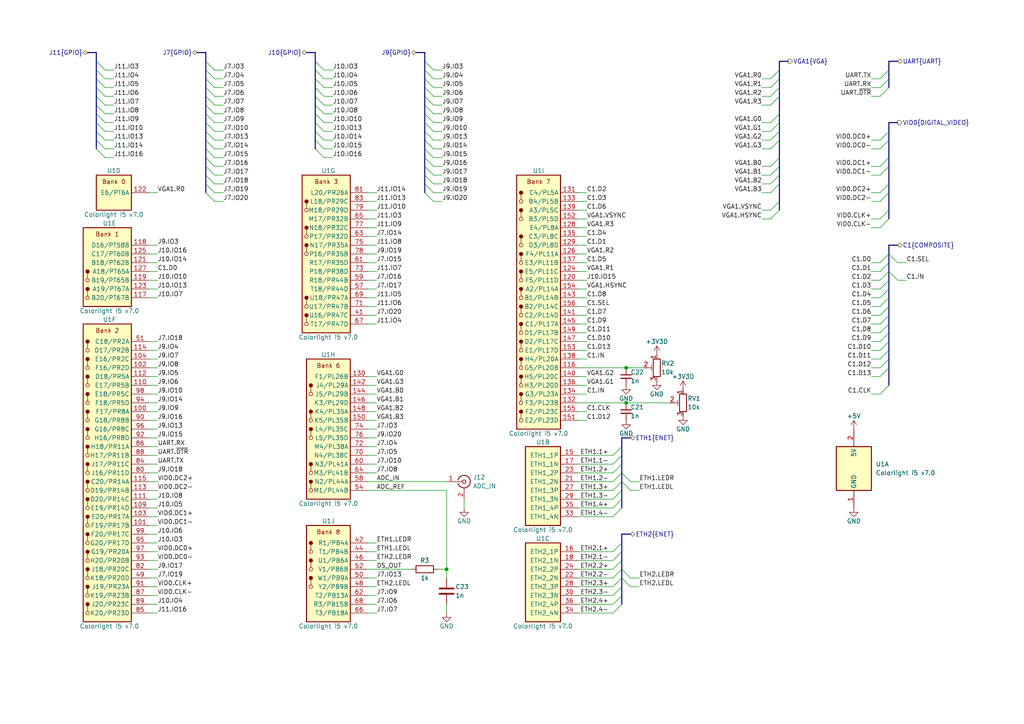
<source format=kicad_sch>
(kicad_sch (version 20231120) (generator "eeschema") (generator_version "8.0")
  (paper "A4")
  (title_block (title "Colorlight i5 Module Socket") (date "2024-05-13") (rev "x") (comment 2 "CERN-OHL-W-2.0") (comment 3 "xxxxxxxx") (comment 4 "Filip Piórski"))
  (bus_alias "DIGITAL_VIDEO" (members "DC0+" "DC0-" "DC1+" "DC1-" "DC2+" "DC2-" "CLK+" "CLK-"))
  (bus_alias "ENET" (members "1+" "1-" "2+" "2-" "3+" "3-" "4+" "4-" "LEDR" "LEDL"))
  (bus_alias "GPIO" (members "IO[1..20]"))
  (junction (at 181.61 106.68))
  (junction (at 181.61 116.84))
  (junction (at 129.54 165.1))
  (bus_entry (at 257.81 45.72) (size -2.54 2.54))
  (bus_entry (at 180.34 137.16) (size 2.54 2.54))
  (bus_entry (at 226.06 22.86) (size -2.54 2.54))
  (bus_entry (at 257.81 83.82) (size -2.54 2.54))
  (bus_entry (at 257.81 111.76) (size -2.54 2.54))
  (bus_entry (at 59.69 35.56) (size 2.54 2.54))
  (bus_entry (at 91.44 17.78) (size 2.54 2.54))
  (bus_entry (at 257.81 86.36) (size -2.54 2.54))
  (bus_entry (at 257.81 78.74) (size -2.54 2.54))
  (bus_entry (at 27.94 22.86) (size 2.54 2.54))
  (bus_entry (at 91.44 25.4) (size 2.54 2.54))
  (bus_entry (at 27.94 43.18) (size 2.54 2.54))
  (bus_entry (at 123.19 50.8) (size 2.54 2.54))
  (bus_entry (at 180.34 167.64) (size 2.54 2.54))
  (bus_entry (at 257.81 81.28) (size -2.54 2.54))
  (bus_entry (at 226.06 27.94) (size -2.54 2.54))
  (bus_entry (at 180.34 139.7) (size 2.54 2.54))
  (bus_entry (at 226.06 60.96) (size -2.54 2.54))
  (bus_entry (at 180.34 147.32) (size -2.54 2.54))
  (bus_entry (at 257.81 76.2) (size -2.54 2.54))
  (bus_entry (at 180.34 162.56) (size -2.54 2.54))
  (bus_entry (at 226.06 38.1) (size -2.54 2.54))
  (bus_entry (at 91.44 43.18) (size 2.54 2.54))
  (bus_entry (at 257.81 78.74) (size 2.54 2.54))
  (bus_entry (at 91.44 27.94) (size 2.54 2.54))
  (bus_entry (at 123.19 25.4) (size 2.54 2.54))
  (bus_entry (at 123.19 45.72) (size 2.54 2.54))
  (bus_entry (at 91.44 38.1) (size 2.54 2.54))
  (bus_entry (at 257.81 73.66) (size 2.54 2.54))
  (bus_entry (at 123.19 17.78) (size 2.54 2.54))
  (bus_entry (at 257.81 22.86) (size -2.54 2.54))
  (bus_entry (at 123.19 38.1) (size 2.54 2.54))
  (bus_entry (at 27.94 38.1) (size 2.54 2.54))
  (bus_entry (at 257.81 104.14) (size -2.54 2.54))
  (bus_entry (at 91.44 33.02) (size 2.54 2.54))
  (bus_entry (at 180.34 142.24) (size -2.54 2.54))
  (bus_entry (at 123.19 55.88) (size 2.54 2.54))
  (bus_entry (at 123.19 30.48) (size 2.54 2.54))
  (bus_entry (at 257.81 53.34) (size -2.54 2.54))
  (bus_entry (at 123.19 53.34) (size 2.54 2.54))
  (bus_entry (at 180.34 157.48) (size -2.54 2.54))
  (bus_entry (at 27.94 27.94) (size 2.54 2.54))
  (bus_entry (at 27.94 40.64) (size 2.54 2.54))
  (bus_entry (at 226.06 35.56) (size -2.54 2.54))
  (bus_entry (at 91.44 20.32) (size 2.54 2.54))
  (bus_entry (at 257.81 63.5) (size -2.54 2.54))
  (bus_entry (at 257.81 88.9) (size -2.54 2.54))
  (bus_entry (at 257.81 48.26) (size -2.54 2.54))
  (bus_entry (at 180.34 134.62) (size -2.54 2.54))
  (bus_entry (at 91.44 40.64) (size 2.54 2.54))
  (bus_entry (at 180.34 170.18) (size -2.54 2.54))
  (bus_entry (at 27.94 20.32) (size 2.54 2.54))
  (bus_entry (at 59.69 20.32) (size 2.54 2.54))
  (bus_entry (at 59.69 22.86) (size 2.54 2.54))
  (bus_entry (at 91.44 30.48) (size 2.54 2.54))
  (bus_entry (at 180.34 165.1) (size 2.54 2.54))
  (bus_entry (at 180.34 139.7) (size -2.54 2.54))
  (bus_entry (at 123.19 43.18) (size 2.54 2.54))
  (bus_entry (at 59.69 43.18) (size 2.54 2.54))
  (bus_entry (at 123.19 33.02) (size 2.54 2.54))
  (bus_entry (at 59.69 50.8) (size 2.54 2.54))
  (bus_entry (at 59.69 45.72) (size 2.54 2.54))
  (bus_entry (at 27.94 35.56) (size 2.54 2.54))
  (bus_entry (at 180.34 144.78) (size -2.54 2.54))
  (bus_entry (at 257.81 60.96) (size -2.54 2.54))
  (bus_entry (at 91.44 35.56) (size 2.54 2.54))
  (bus_entry (at 180.34 160.02) (size -2.54 2.54))
  (bus_entry (at 226.06 58.42) (size -2.54 2.54))
  (bus_entry (at 226.06 53.34) (size -2.54 2.54))
  (bus_entry (at 257.81 73.66) (size -2.54 2.54))
  (bus_entry (at 59.69 55.88) (size 2.54 2.54))
  (bus_entry (at 59.69 33.02) (size 2.54 2.54))
  (bus_entry (at 59.69 17.78) (size 2.54 2.54))
  (bus_entry (at 123.19 22.86) (size 2.54 2.54))
  (bus_entry (at 59.69 25.4) (size 2.54 2.54))
  (bus_entry (at 226.06 25.4) (size -2.54 2.54))
  (bus_entry (at 123.19 20.32) (size 2.54 2.54))
  (bus_entry (at 91.44 22.86) (size 2.54 2.54))
  (bus_entry (at 27.94 25.4) (size 2.54 2.54))
  (bus_entry (at 123.19 27.94) (size 2.54 2.54))
  (bus_entry (at 257.81 38.1) (size -2.54 2.54))
  (bus_entry (at 180.34 172.72) (size -2.54 2.54))
  (bus_entry (at 257.81 96.52) (size -2.54 2.54))
  (bus_entry (at 27.94 33.02) (size 2.54 2.54))
  (bus_entry (at 27.94 30.48) (size 2.54 2.54))
  (bus_entry (at 226.06 33.02) (size -2.54 2.54))
  (bus_entry (at 180.34 175.26) (size -2.54 2.54))
  (bus_entry (at 257.81 25.4) (size -2.54 2.54))
  (bus_entry (at 257.81 106.68) (size -2.54 2.54))
  (bus_entry (at 226.06 50.8) (size -2.54 2.54))
  (bus_entry (at 226.06 45.72) (size -2.54 2.54))
  (bus_entry (at 257.81 99.06) (size -2.54 2.54))
  (bus_entry (at 180.34 132.08) (size -2.54 2.54))
  (bus_entry (at 180.34 137.16) (size -2.54 2.54))
  (bus_entry (at 226.06 48.26) (size -2.54 2.54))
  (bus_entry (at 257.81 40.64) (size -2.54 2.54))
  (bus_entry (at 226.06 20.32) (size -2.54 2.54))
  (bus_entry (at 257.81 55.88) (size -2.54 2.54))
  (bus_entry (at 123.19 48.26) (size 2.54 2.54))
  (bus_entry (at 59.69 48.26) (size 2.54 2.54))
  (bus_entry (at 123.19 35.56) (size 2.54 2.54))
  (bus_entry (at 226.06 40.64) (size -2.54 2.54))
  (bus_entry (at 257.81 20.32) (size -2.54 2.54))
  (bus_entry (at 180.34 167.64) (size -2.54 2.54))
  (bus_entry (at 123.19 40.64) (size 2.54 2.54))
  (bus_entry (at 180.34 129.54) (size -2.54 2.54))
  (bus_entry (at 27.94 17.78) (size 2.54 2.54))
  (bus_entry (at 257.81 93.98) (size -2.54 2.54))
  (bus_entry (at 59.69 40.64) (size 2.54 2.54))
  (bus_entry (at 180.34 165.1) (size -2.54 2.54))
  (bus_entry (at 59.69 38.1) (size 2.54 2.54))
  (bus_entry (at 257.81 91.44) (size -2.54 2.54))
  (bus_entry (at 257.81 101.6) (size -2.54 2.54))
  (bus_entry (at 59.69 27.94) (size 2.54 2.54))
  (bus_entry (at 59.69 30.48) (size 2.54 2.54))
  (bus_entry (at 59.69 53.34) (size 2.54 2.54))
  (wire (pts (xy 220.98 38.1) (xy 223.52 38.1)))
  (wire (pts (xy 109.22 114.3) (xy 106.68 114.3)))
  (wire (pts (xy 262.89 81.28) (xy 260.35 81.28)))
  (wire (pts (xy 252.73 66.04) (xy 255.27 66.04)))
  (bus (pts (xy 226.06 50.8) (xy 226.06 53.34)))
  (bus (pts (xy 257.81 35.56) (xy 257.81 38.1)))
  (wire (pts (xy 170.18 109.22) (xy 167.64 109.22)))
  (bus (pts (xy 257.81 104.14) (xy 257.81 106.68)))
  (wire (pts (xy 109.22 175.26) (xy 106.68 175.26)))
  (bus (pts (xy 59.69 45.72) (xy 59.69 48.26)))
  (wire (pts (xy 167.64 116.84) (xy 181.61 116.84)))
  (wire (pts (xy 170.18 71.12) (xy 167.64 71.12)))
  (wire (pts (xy 220.98 43.18) (xy 223.52 43.18)))
  (wire (pts (xy 220.98 50.8) (xy 223.52 50.8)))
  (bus (pts (xy 226.06 17.78) (xy 226.06 20.32)))
  (wire (pts (xy 45.72 144.78) (xy 43.18 144.78)))
  (wire (pts (xy 125.73 58.42) (xy 128.27 58.42)))
  (wire (pts (xy 109.22 119.38) (xy 106.68 119.38)))
  (wire (pts (xy 252.73 27.94) (xy 255.27 27.94)))
  (wire (pts (xy 45.72 119.38) (xy 43.18 119.38)))
  (wire (pts (xy 125.73 50.8) (xy 128.27 50.8)))
  (bus (pts (xy 91.44 30.48) (xy 91.44 33.02)))
  (wire (pts (xy 255.27 99.06) (xy 252.73 99.06)))
  (wire (pts (xy 109.22 73.66) (xy 106.68 73.66)))
  (bus (pts (xy 91.44 17.78) (xy 91.44 20.32)))
  (wire (pts (xy 170.18 111.76) (xy 167.64 111.76)))
  (wire (pts (xy 109.22 132.08) (xy 106.68 132.08)))
  (wire (pts (xy 62.23 50.8) (xy 64.77 50.8)))
  (bus (pts (xy 27.94 20.32) (xy 27.94 22.86)))
  (wire (pts (xy 93.98 43.18) (xy 96.52 43.18)))
  (wire (pts (xy 255.27 109.22) (xy 252.73 109.22)))
  (wire (pts (xy 167.64 139.7) (xy 177.8 139.7)))
  (wire (pts (xy 129.54 177.8) (xy 129.54 175.26)))
  (bus (pts (xy 59.69 27.94) (xy 59.69 30.48)))
  (bus (pts (xy 180.34 144.78) (xy 180.34 147.32)))
  (bus (pts (xy 123.19 50.8) (xy 123.19 53.34)))
  (bus (pts (xy 257.81 38.1) (xy 257.81 40.64)))
  (wire (pts (xy 93.98 22.86) (xy 96.52 22.86)))
  (bus (pts (xy 123.19 33.02) (xy 123.19 35.56)))
  (wire (pts (xy 93.98 33.02) (xy 96.52 33.02)))
  (wire (pts (xy 109.22 172.72) (xy 106.68 172.72)))
  (bus (pts (xy 59.69 15.24) (xy 59.69 17.78)))
  (wire (pts (xy 109.22 162.56) (xy 106.68 162.56)))
  (wire (pts (xy 30.48 33.02) (xy 33.02 33.02)))
  (wire (pts (xy 170.18 96.52) (xy 167.64 96.52)))
  (bus (pts (xy 123.19 40.64) (xy 123.19 43.18)))
  (wire (pts (xy 109.22 109.22) (xy 106.68 109.22)))
  (wire (pts (xy 220.98 55.88) (xy 223.52 55.88)))
  (bus (pts (xy 257.81 55.88) (xy 257.81 60.96)))
  (bus (pts (xy 257.81 78.74) (xy 257.81 76.2)))
  (wire (pts (xy 252.73 63.5) (xy 255.27 63.5)))
  (bus (pts (xy 180.34 137.16) (xy 180.34 139.7)))
  (bus (pts (xy 123.19 20.32) (xy 123.19 22.86)))
  (wire (pts (xy 125.73 40.64) (xy 128.27 40.64)))
  (wire (pts (xy 125.73 20.32) (xy 128.27 20.32)))
  (wire (pts (xy 45.72 172.72) (xy 43.18 172.72)))
  (bus (pts (xy 257.81 20.32) (xy 257.81 22.86)))
  (wire (pts (xy 167.64 170.18) (xy 177.8 170.18)))
  (bus (pts (xy 180.34 139.7) (xy 180.34 142.24)))
  (bus (pts (xy 59.69 43.18) (xy 59.69 45.72)))
  (bus (pts (xy 25.4 15.24) (xy 27.94 15.24)))
  (bus (pts (xy 27.94 25.4) (xy 27.94 27.94)))
  (wire (pts (xy 255.27 86.36) (xy 252.73 86.36)))
  (bus (pts (xy 180.34 127) (xy 180.34 129.54)))
  (wire (pts (xy 167.64 119.38) (xy 170.18 119.38)))
  (wire (pts (xy 109.22 167.64) (xy 106.68 167.64)))
  (wire (pts (xy 170.18 114.3) (xy 167.64 114.3)))
  (wire (pts (xy 45.72 152.4) (xy 43.18 152.4)))
  (wire (pts (xy 255.27 91.44) (xy 252.73 91.44)))
  (bus (pts (xy 123.19 53.34) (xy 123.19 55.88)))
  (wire (pts (xy 167.64 177.8) (xy 177.8 177.8)))
  (wire (pts (xy 62.23 33.02) (xy 64.77 33.02)))
  (bus (pts (xy 257.81 99.06) (xy 257.81 101.6)))
  (wire (pts (xy 252.73 55.88) (xy 255.27 55.88)))
  (wire (pts (xy 45.72 101.6) (xy 43.18 101.6)))
  (bus (pts (xy 120.65 15.24) (xy 123.19 15.24)))
  (wire (pts (xy 252.73 43.18) (xy 255.27 43.18)))
  (wire (pts (xy 45.72 154.94) (xy 43.18 154.94)))
  (wire (pts (xy 255.27 76.2) (xy 252.73 76.2)))
  (wire (pts (xy 45.72 71.12) (xy 43.18 71.12)))
  (wire (pts (xy 45.72 147.32) (xy 43.18 147.32)))
  (wire (pts (xy 252.73 50.8) (xy 255.27 50.8)))
  (wire (pts (xy 93.98 45.72) (xy 96.52 45.72)))
  (wire (pts (xy 262.89 76.2) (xy 260.35 76.2)))
  (bus (pts (xy 228.6 17.78) (xy 226.06 17.78)))
  (wire (pts (xy 45.72 124.46) (xy 43.18 124.46)))
  (wire (pts (xy 182.88 139.7) (xy 185.42 139.7)))
  (wire (pts (xy 45.72 116.84) (xy 43.18 116.84)))
  (wire (pts (xy 220.98 30.48) (xy 223.52 30.48)))
  (bus (pts (xy 27.94 38.1) (xy 27.94 40.64)))
  (bus (pts (xy 91.44 15.24) (xy 91.44 17.78)))
  (wire (pts (xy 220.98 53.34) (xy 223.52 53.34)))
  (wire (pts (xy 170.18 63.5) (xy 167.64 63.5)))
  (wire (pts (xy 62.23 35.56) (xy 64.77 35.56)))
  (wire (pts (xy 62.23 55.88) (xy 64.77 55.88)))
  (wire (pts (xy 45.72 167.64) (xy 43.18 167.64)))
  (bus (pts (xy 123.19 38.1) (xy 123.19 40.64)))
  (wire (pts (xy 134.62 147.32) (xy 134.62 144.78)))
  (bus (pts (xy 226.06 25.4) (xy 226.06 27.94)))
  (wire (pts (xy 129.54 142.24) (xy 106.68 142.24)))
  (bus (pts (xy 123.19 35.56) (xy 123.19 38.1)))
  (bus (pts (xy 57.15 15.24) (xy 59.69 15.24)))
  (bus (pts (xy 226.06 35.56) (xy 226.06 38.1)))
  (bus (pts (xy 257.81 91.44) (xy 257.81 93.98)))
  (wire (pts (xy 109.22 71.12) (xy 106.68 71.12)))
  (bus (pts (xy 226.06 20.32) (xy 226.06 22.86)))
  (wire (pts (xy 109.22 121.92) (xy 106.68 121.92)))
  (bus (pts (xy 226.06 22.86) (xy 226.06 25.4)))
  (wire (pts (xy 93.98 38.1) (xy 96.52 38.1)))
  (wire (pts (xy 252.73 25.4) (xy 255.27 25.4)))
  (wire (pts (xy 170.18 104.14) (xy 167.64 104.14)))
  (wire (pts (xy 45.72 76.2) (xy 43.18 76.2)))
  (wire (pts (xy 109.22 91.44) (xy 106.68 91.44)))
  (wire (pts (xy 109.22 127) (xy 106.68 127)))
  (wire (pts (xy 45.72 83.82) (xy 43.18 83.82)))
  (wire (pts (xy 109.22 177.8) (xy 106.68 177.8)))
  (wire (pts (xy 220.98 48.26) (xy 223.52 48.26)))
  (wire (pts (xy 170.18 68.58) (xy 167.64 68.58)))
  (wire (pts (xy 129.54 165.1) (xy 129.54 142.24)))
  (wire (pts (xy 45.72 114.3) (xy 43.18 114.3)))
  (bus (pts (xy 180.34 170.18) (xy 180.34 172.72)))
  (wire (pts (xy 43.18 134.62) (xy 45.72 134.62)))
  (wire (pts (xy 170.18 121.92) (xy 167.64 121.92)))
  (bus (pts (xy 59.69 20.32) (xy 59.69 22.86)))
  (bus (pts (xy 123.19 22.86) (xy 123.19 25.4)))
  (wire (pts (xy 109.22 111.76) (xy 106.68 111.76)))
  (wire (pts (xy 93.98 25.4) (xy 96.52 25.4)))
  (bus (pts (xy 257.81 53.34) (xy 257.81 55.88)))
  (bus (pts (xy 257.81 45.72) (xy 257.81 48.26)))
  (wire (pts (xy 109.22 83.82) (xy 106.68 83.82)))
  (bus (pts (xy 59.69 38.1) (xy 59.69 40.64)))
  (wire (pts (xy 109.22 60.96) (xy 106.68 60.96)))
  (wire (pts (xy 167.64 149.86) (xy 177.8 149.86)))
  (bus (pts (xy 226.06 58.42) (xy 226.06 60.96)))
  (wire (pts (xy 45.72 157.48) (xy 43.18 157.48)))
  (bus (pts (xy 260.35 71.12) (xy 257.81 71.12)))
  (wire (pts (xy 109.22 170.18) (xy 106.68 170.18)))
  (bus (pts (xy 123.19 27.94) (xy 123.19 30.48)))
  (bus (pts (xy 59.69 50.8) (xy 59.69 53.34)))
  (wire (pts (xy 255.27 93.98) (xy 252.73 93.98)))
  (wire (pts (xy 109.22 93.98) (xy 106.68 93.98)))
  (bus (pts (xy 226.06 27.94) (xy 226.06 33.02)))
  (bus (pts (xy 59.69 22.86) (xy 59.69 25.4)))
  (wire (pts (xy 170.18 73.66) (xy 167.64 73.66)))
  (bus (pts (xy 123.19 45.72) (xy 123.19 48.26)))
  (wire (pts (xy 167.64 165.1) (xy 177.8 165.1)))
  (wire (pts (xy 109.22 76.2) (xy 106.68 76.2)))
  (wire (pts (xy 252.73 22.86) (xy 255.27 22.86)))
  (wire (pts (xy 45.72 137.16) (xy 43.18 137.16)))
  (wire (pts (xy 45.72 165.1) (xy 43.18 165.1)))
  (bus (pts (xy 257.81 88.9) (xy 257.81 91.44)))
  (wire (pts (xy 255.27 101.6) (xy 252.73 101.6)))
  (wire (pts (xy 109.22 88.9) (xy 106.68 88.9)))
  (wire (pts (xy 45.72 111.76) (xy 43.18 111.76)))
  (wire (pts (xy 125.73 30.48) (xy 128.27 30.48)))
  (bus (pts (xy 123.19 30.48) (xy 123.19 33.02)))
  (bus (pts (xy 88.9 15.24) (xy 91.44 15.24)))
  (bus (pts (xy 226.06 48.26) (xy 226.06 50.8)))
  (wire (pts (xy 170.18 88.9) (xy 167.64 88.9)))
  (wire (pts (xy 93.98 40.64) (xy 96.52 40.64)))
  (bus (pts (xy 59.69 25.4) (xy 59.69 27.94)))
  (bus (pts (xy 91.44 25.4) (xy 91.44 27.94)))
  (bus (pts (xy 257.81 106.68) (xy 257.81 111.76)))
  (wire (pts (xy 167.64 106.68) (xy 181.61 106.68)))
  (wire (pts (xy 93.98 35.56) (xy 96.52 35.56)))
  (wire (pts (xy 182.88 142.24) (xy 185.42 142.24)))
  (bus (pts (xy 257.81 22.86) (xy 257.81 25.4)))
  (bus (pts (xy 257.81 101.6) (xy 257.81 104.14)))
  (wire (pts (xy 170.18 101.6) (xy 167.64 101.6)))
  (wire (pts (xy 255.27 81.28) (xy 252.73 81.28)))
  (wire (pts (xy 167.64 137.16) (xy 177.8 137.16)))
  (wire (pts (xy 125.73 48.26) (xy 128.27 48.26)))
  (wire (pts (xy 220.98 25.4) (xy 223.52 25.4)))
  (bus (pts (xy 59.69 33.02) (xy 59.69 35.56)))
  (bus (pts (xy 27.94 30.48) (xy 27.94 33.02)))
  (bus (pts (xy 180.34 127) (xy 182.88 127)))
  (wire (pts (xy 170.18 66.04) (xy 167.64 66.04)))
  (wire (pts (xy 45.72 177.8) (xy 43.18 177.8)))
  (wire (pts (xy 167.64 162.56) (xy 177.8 162.56)))
  (bus (pts (xy 226.06 53.34) (xy 226.06 58.42)))
  (wire (pts (xy 45.72 78.74) (xy 43.18 78.74)))
  (wire (pts (xy 30.48 35.56) (xy 33.02 35.56)))
  (wire (pts (xy 30.48 38.1) (xy 33.02 38.1)))
  (bus (pts (xy 59.69 17.78) (xy 59.69 20.32)))
  (bus (pts (xy 180.34 134.62) (xy 180.34 137.16)))
  (wire (pts (xy 167.64 147.32) (xy 177.8 147.32)))
  (wire (pts (xy 45.72 55.88) (xy 43.18 55.88)))
  (bus (pts (xy 123.19 43.18) (xy 123.19 45.72)))
  (wire (pts (xy 109.22 86.36) (xy 106.68 86.36)))
  (bus (pts (xy 257.81 60.96) (xy 257.81 63.5)))
  (bus (pts (xy 257.81 73.66) (xy 257.81 76.2)))
  (wire (pts (xy 64.77 58.42) (xy 62.23 58.42)))
  (wire (pts (xy 109.22 160.02) (xy 106.68 160.02)))
  (wire (pts (xy 109.22 157.48) (xy 106.68 157.48)))
  (wire (pts (xy 255.27 96.52) (xy 252.73 96.52)))
  (wire (pts (xy 125.73 45.72) (xy 128.27 45.72)))
  (bus (pts (xy 91.44 27.94) (xy 91.44 30.48)))
  (wire (pts (xy 30.48 43.18) (xy 33.02 43.18)))
  (bus (pts (xy 257.81 83.82) (xy 257.81 86.36)))
  (bus (pts (xy 123.19 17.78) (xy 123.19 20.32)))
  (wire (pts (xy 45.72 104.14) (xy 43.18 104.14)))
  (bus (pts (xy 257.81 40.64) (xy 257.81 45.72)))
  (bus (pts (xy 91.44 38.1) (xy 91.44 40.64)))
  (bus (pts (xy 27.94 22.86) (xy 27.94 25.4)))
  (wire (pts (xy 109.22 66.04) (xy 106.68 66.04)))
  (wire (pts (xy 62.23 30.48) (xy 64.77 30.48)))
  (bus (pts (xy 59.69 35.56) (xy 59.69 38.1)))
  (bus (pts (xy 226.06 33.02) (xy 226.06 35.56)))
  (wire (pts (xy 109.22 129.54) (xy 106.68 129.54)))
  (wire (pts (xy 30.48 20.32) (xy 33.02 20.32)))
  (wire (pts (xy 170.18 58.42) (xy 167.64 58.42)))
  (bus (pts (xy 257.81 71.12) (xy 257.81 73.66)))
  (wire (pts (xy 170.18 55.88) (xy 167.64 55.88)))
  (bus (pts (xy 257.81 81.28) (xy 257.81 83.82)))
  (wire (pts (xy 109.22 137.16) (xy 106.68 137.16)))
  (wire (pts (xy 125.73 22.86) (xy 128.27 22.86)))
  (wire (pts (xy 170.18 60.96) (xy 167.64 60.96)))
  (wire (pts (xy 45.72 73.66) (xy 43.18 73.66)))
  (bus (pts (xy 180.34 167.64) (xy 180.34 170.18)))
  (wire (pts (xy 170.18 78.74) (xy 167.64 78.74)))
  (bus (pts (xy 257.81 17.78) (xy 257.81 20.32)))
  (bus (pts (xy 91.44 40.64) (xy 91.44 43.18)))
  (wire (pts (xy 252.73 48.26) (xy 255.27 48.26)))
  (wire (pts (xy 109.22 78.74) (xy 106.68 78.74)))
  (bus (pts (xy 180.34 154.94) (xy 182.88 154.94)))
  (wire (pts (xy 129.54 165.1) (xy 129.54 167.64)))
  (bus (pts (xy 257.81 96.52) (xy 257.81 99.06)))
  (wire (pts (xy 30.48 40.64) (xy 33.02 40.64)))
  (bus (pts (xy 27.94 27.94) (xy 27.94 30.48)))
  (bus (pts (xy 27.94 35.56) (xy 27.94 38.1)))
  (wire (pts (xy 255.27 83.82) (xy 252.73 83.82)))
  (wire (pts (xy 252.73 58.42) (xy 255.27 58.42)))
  (wire (pts (xy 170.18 99.06) (xy 167.64 99.06)))
  (bus (pts (xy 91.44 35.56) (xy 91.44 38.1)))
  (bus (pts (xy 180.34 132.08) (xy 180.34 134.62)))
  (wire (pts (xy 255.27 104.14) (xy 252.73 104.14)))
  (wire (pts (xy 125.73 43.18) (xy 128.27 43.18)))
  (bus (pts (xy 59.69 53.34) (xy 59.69 55.88)))
  (wire (pts (xy 170.18 91.44) (xy 167.64 91.44)))
  (bus (pts (xy 27.94 15.24) (xy 27.94 17.78)))
  (wire (pts (xy 30.48 25.4) (xy 33.02 25.4)))
  (bus (pts (xy 180.34 172.72) (xy 180.34 175.26)))
  (wire (pts (xy 30.48 22.86) (xy 33.02 22.86)))
  (wire (pts (xy 43.18 129.54) (xy 45.72 129.54)))
  (wire (pts (xy 181.61 116.84) (xy 194.31 116.84)))
  (bus (pts (xy 91.44 33.02) (xy 91.44 35.56)))
  (wire (pts (xy 167.64 175.26) (xy 177.8 175.26)))
  (bus (pts (xy 91.44 20.32) (xy 91.44 22.86)))
  (bus (pts (xy 59.69 30.48) (xy 59.69 33.02)))
  (wire (pts (xy 109.22 124.46) (xy 106.68 124.46)))
  (bus (pts (xy 257.81 93.98) (xy 257.81 96.52)))
  (wire (pts (xy 167.64 167.64) (xy 177.8 167.64)))
  (wire (pts (xy 167.64 142.24) (xy 177.8 142.24)))
  (wire (pts (xy 109.22 116.84) (xy 106.68 116.84)))
  (wire (pts (xy 45.72 109.22) (xy 43.18 109.22)))
  (wire (pts (xy 220.98 35.56) (xy 223.52 35.56)))
  (wire (pts (xy 30.48 27.94) (xy 33.02 27.94)))
  (wire (pts (xy 170.18 76.2) (xy 167.64 76.2)))
  (wire (pts (xy 109.22 81.28) (xy 106.68 81.28)))
  (wire (pts (xy 93.98 20.32) (xy 96.52 20.32)))
  (bus (pts (xy 27.94 40.64) (xy 27.94 43.18)))
  (wire (pts (xy 125.73 35.56) (xy 128.27 35.56)))
  (wire (pts (xy 62.23 25.4) (xy 64.77 25.4)))
  (wire (pts (xy 181.61 106.68) (xy 186.69 106.68)))
  (wire (pts (xy 167.64 172.72) (xy 177.8 172.72)))
  (wire (pts (xy 170.18 86.36) (xy 167.64 86.36)))
  (wire (pts (xy 127 165.1) (xy 129.54 165.1)))
  (wire (pts (xy 125.73 27.94) (xy 128.27 27.94)))
  (wire (pts (xy 45.72 162.56) (xy 43.18 162.56)))
  (bus (pts (xy 123.19 25.4) (xy 123.19 27.94)))
  (bus (pts (xy 180.34 129.54) (xy 180.34 132.08)))
  (wire (pts (xy 125.73 53.34) (xy 128.27 53.34)))
  (wire (pts (xy 220.98 60.96) (xy 223.52 60.96)))
  (wire (pts (xy 106.68 139.7) (xy 129.54 139.7)))
  (wire (pts (xy 255.27 88.9) (xy 252.73 88.9)))
  (wire (pts (xy 62.23 40.64) (xy 64.77 40.64)))
  (wire (pts (xy 45.72 149.86) (xy 43.18 149.86)))
  (wire (pts (xy 62.23 53.34) (xy 64.77 53.34)))
  (wire (pts (xy 167.64 160.02) (xy 177.8 160.02)))
  (wire (pts (xy 170.18 83.82) (xy 167.64 83.82)))
  (wire (pts (xy 255.27 114.3) (xy 252.73 114.3)))
  (wire (pts (xy 220.98 40.64) (xy 223.52 40.64)))
  (bus (pts (xy 180.34 154.94) (xy 180.34 157.48)))
  (wire (pts (xy 220.98 27.94) (xy 223.52 27.94)))
  (wire (pts (xy 45.72 160.02) (xy 43.18 160.02)))
  (wire (pts (xy 170.18 81.28) (xy 167.64 81.28)))
  (wire (pts (xy 167.64 144.78) (xy 177.8 144.78)))
  (wire (pts (xy 182.88 167.64) (xy 185.42 167.64)))
  (wire (pts (xy 125.73 55.88) (xy 128.27 55.88)))
  (wire (pts (xy 62.23 48.26) (xy 64.77 48.26)))
  (wire (pts (xy 45.72 121.92) (xy 43.18 121.92)))
  (bus (pts (xy 180.34 165.1) (xy 180.34 167.64)))
  (wire (pts (xy 109.22 63.5) (xy 106.68 63.5)))
  (wire (pts (xy 45.72 132.08) (xy 43.18 132.08)))
  (bus (pts (xy 27.94 17.78) (xy 27.94 20.32)))
  (wire (pts (xy 62.23 22.86) (xy 64.77 22.86)))
  (wire (pts (xy 109.22 58.42) (xy 106.68 58.42)))
  (bus (pts (xy 260.35 17.78) (xy 257.81 17.78)))
  (wire (pts (xy 62.23 27.94) (xy 64.77 27.94)))
  (wire (pts (xy 106.68 165.1) (xy 119.38 165.1)))
  (wire (pts (xy 45.72 99.06) (xy 43.18 99.06)))
  (wire (pts (xy 255.27 78.74) (xy 252.73 78.74)))
  (wire (pts (xy 220.98 63.5) (xy 223.52 63.5)))
  (bus (pts (xy 27.94 33.02) (xy 27.94 35.56)))
  (wire (pts (xy 167.64 132.08) (xy 177.8 132.08)))
  (wire (pts (xy 109.22 68.58) (xy 106.68 68.58)))
  (wire (pts (xy 62.23 45.72) (xy 64.77 45.72)))
  (bus (pts (xy 59.69 40.64) (xy 59.69 43.18)))
  (wire (pts (xy 30.48 30.48) (xy 33.02 30.48)))
  (wire (pts (xy 45.72 106.68) (xy 43.18 106.68)))
  (wire (pts (xy 62.23 20.32) (xy 64.77 20.32)))
  (bus (pts (xy 91.44 22.86) (xy 91.44 25.4)))
  (bus (pts (xy 180.34 142.24) (xy 180.34 144.78)))
  (bus (pts (xy 180.34 160.02) (xy 180.34 162.56)))
  (wire (pts (xy 93.98 30.48) (xy 96.52 30.48)))
  (bus (pts (xy 226.06 45.72) (xy 226.06 48.26)))
  (bus (pts (xy 59.69 48.26) (xy 59.69 50.8)))
  (bus (pts (xy 123.19 15.24) (xy 123.19 17.78)))
  (wire (pts (xy 45.72 86.36) (xy 43.18 86.36)))
  (wire (pts (xy 125.73 33.02) (xy 128.27 33.02)))
  (bus (pts (xy 257.81 78.74) (xy 257.81 81.28)))
  (wire (pts (xy 93.98 27.94) (xy 96.52 27.94)))
  (wire (pts (xy 45.72 81.28) (xy 43.18 81.28)))
  (bus (pts (xy 180.34 162.56) (xy 180.34 165.1)))
  (bus (pts (xy 257.81 86.36) (xy 257.81 88.9)))
  (wire (pts (xy 45.72 127) (xy 43.18 127)))
  (wire (pts (xy 45.72 175.26) (xy 43.18 175.26)))
  (wire (pts (xy 125.73 25.4) (xy 128.27 25.4)))
  (wire (pts (xy 220.98 22.86) (xy 223.52 22.86)))
  (wire (pts (xy 62.23 43.18) (xy 64.77 43.18)))
  (bus (pts (xy 226.06 38.1) (xy 226.06 40.64)))
  (wire (pts (xy 45.72 142.24) (xy 43.18 142.24)))
  (wire (pts (xy 45.72 139.7) (xy 43.18 139.7)))
  (wire (pts (xy 30.48 45.72) (xy 33.02 45.72)))
  (wire (pts (xy 109.22 55.88) (xy 106.68 55.88)))
  (wire (pts (xy 109.22 134.62) (xy 106.68 134.62)))
  (bus (pts (xy 123.19 48.26) (xy 123.19 50.8)))
  (wire (pts (xy 125.73 38.1) (xy 128.27 38.1)))
  (bus (pts (xy 260.35 35.56) (xy 257.81 35.56)))
  (wire (pts (xy 62.23 38.1) (xy 64.77 38.1)))
  (wire (pts (xy 252.73 40.64) (xy 255.27 40.64)))
  (bus (pts (xy 180.34 157.48) (xy 180.34 160.02)))
  (wire (pts (xy 45.72 170.18) (xy 43.18 170.18)))
  (bus (pts (xy 226.06 40.64) (xy 226.06 45.72)))
  (wire (pts (xy 167.64 134.62) (xy 177.8 134.62)))
  (bus (pts (xy 257.81 48.26) (xy 257.81 53.34)))
  (wire (pts (xy 170.18 93.98) (xy 167.64 93.98)))
  (wire (pts (xy 255.27 106.68) (xy 252.73 106.68)))
  (wire (pts (xy 182.88 170.18) (xy 185.42 170.18)))
  (label "J10.IO4" (at 45.72 175.26 0))
  (label "VID0.DC2-" (at 45.72 142.24 0))
  (label "C1.D9" (at 170.18 93.98 0))
  (label "J11.IO5" (at 33.02 25.4 0))
  (label "ETH2.4-" (at 176.53 177.8 180))
  (label "VGA1.B2" (at 220.98 53.34 180))
  (label "J7.IO8" (at 109.22 137.16 0))
  (label "J9.IO18" (at 45.72 137.16 0))
  (label "J7.IO20" (at 109.22 91.44 0))
  (label "VID0.DC0-" (at 45.72 162.56 0))
  (label "J11.IO9" (at 109.22 66.04 0))
  (label "C1.D13" (at 170.18 101.6 0))
  (label "J11.IO10" (at 33.02 38.1 0))
  (label "ETH1.1-" (at 176.53 134.62 180))
  (label "ETH1.LEDR" (at 109.22 157.48 0))
  (label "C1.SEL" (at 170.18 88.9 0))
  (label "J11.IO7" (at 109.22 78.74 0))
  (label "C1.D11" (at 252.73 104.14 180))
  (label "J9.IO8" (at 128.27 33.02 0))
  (label "J11.IO14" (at 33.02 43.18 0))
  (label "VGA1.B0" (at 220.98 48.26 180))
  (label "J7.IO10" (at 64.77 38.1 0))
  (label "J10.IO16" (at 96.52 45.72 0))
  (label "C1.D1" (at 252.73 78.74 180))
  (label "C1.CLK" (at 252.73 114.3 180))
  (label "J9.IO20" (at 128.27 58.42 0))
  (label "UART.RX" (at 252.73 25.4 180))
  (label "J11.IO14" (at 109.22 55.88 0))
  (label "VID0.CLK+" (at 45.72 170.18 0))
  (label "J9.IO10" (at 128.27 38.1 0))
  (label "C1.D6" (at 252.73 91.44 180))
  (label "VGA1.R1" (at 170.18 78.74 0))
  (label "J9.IO3" (at 128.27 20.32 0))
  (label "VGA1.VSYNC" (at 220.98 60.96 180))
  (label "J11.IO13" (at 109.22 58.42 0))
  (label "J9.IO13" (at 128.27 40.64 0))
  (label "J7.IO9" (at 64.77 35.56 0))
  (label "J7.IO15" (at 64.77 45.72 0))
  (label "J9.IO9" (at 128.27 35.56 0))
  (label "VID0.DC0+" (at 45.72 160.02 0))
  (label "J10.IO6" (at 45.72 154.94 0))
  (label "C1.D13" (at 252.73 109.22 180))
  (label "ETH1.3+" (at 176.53 142.24 180))
  (label "J9.IO4" (at 128.27 22.86 0))
  (label "J7.IO19" (at 64.77 55.88 0))
  (label "ETH2.2+" (at 176.53 165.1 180))
  (label "J10.IO13" (at 96.52 38.1 0))
  (label "C1.D4" (at 252.73 86.36 180))
  (label "C1.D12" (at 252.73 106.68 180))
  (label "VID0.DC0+" (at 252.73 40.64 180))
  (label "ETH2.LEDL" (at 109.22 170.18 0))
  (label "J11.IO6" (at 109.22 88.9 0))
  (label "J9.IO10" (at 45.72 114.3 0))
  (label "J11.IO10" (at 109.22 60.96 0))
  (label "J9.IO17" (at 128.27 50.8 0))
  (label "ETH2.4+" (at 176.53 175.26 180))
  (label "J9.IO20" (at 109.22 127 0))
  (label "UART.~{DTR}" (at 252.73 27.94 180))
  (label "J11.IO3" (at 33.02 20.32 0))
  (label "VGA1.R3" (at 170.18 66.04 0))
  (label "J7.IO16" (at 64.77 48.26 0))
  (label "J10.IO5" (at 45.72 147.32 0))
  (label "C1.D10" (at 252.73 101.6 180))
  (label "J7.IO3" (at 64.77 20.32 0))
  (label "C1.D7" (at 252.73 93.98 180))
  (label "J10.IO4" (at 96.52 22.86 0))
  (label "J10.IO16" (at 45.72 73.66 0))
  (label "ETH2.3+" (at 176.53 170.18 180))
  (label "C1.IN" (at 262.89 81.28 0))
  (label "J7.IO17" (at 64.77 50.8 0))
  (label "J10.IO5" (at 96.52 25.4 0))
  (label "J10.IO8" (at 96.52 33.02 0))
  (label "ETH1.LEDL" (at 109.22 160.02 0))
  (label "ETH2.1+" (at 176.53 160.02 180))
  (label "UART.TX" (at 45.72 134.62 0))
  (label "J9.IO9" (at 45.72 119.38 0))
  (label "J9.IO19" (at 109.22 73.66 0))
  (label "J10.IO3" (at 96.52 20.32 0))
  (label "J9.IO15" (at 128.27 45.72 0))
  (label "VGA1.G1" (at 220.98 38.1 180))
  (label "VGA1.VSYNC" (at 170.18 63.5 0))
  (label "VGA1.R3" (at 220.98 30.48 180))
  (label "J9.IO14" (at 128.27 43.18 0))
  (label "UART.~{DTR}" (at 45.72 132.08 0))
  (label "C1.D0" (at 45.72 78.74 0))
  (label "J9.IO13" (at 45.72 124.46 0))
  (label "VGA1.HSYNC" (at 170.18 83.82 0))
  (label "C1.D5" (at 252.73 88.9 180))
  (label "J9.IO18" (at 128.27 53.34 0))
  (label "J9.IO15" (at 45.72 127 0))
  (label "VID0.DC2+" (at 45.72 139.7 0))
  (label "VGA1.R0" (at 45.72 55.88 0))
  (label "J7.IO18" (at 45.72 99.06 0))
  (label "VGA1.B2" (at 109.22 119.38 0))
  (label "J11.IO9" (at 33.02 35.56 0))
  (label "C1.D6" (at 170.18 60.96 0))
  (label "J10.IO15" (at 170.18 81.28 0))
  (label "J11.IO8" (at 109.22 71.12 0))
  (label "J9.IO3" (at 45.72 71.12 0))
  (label "C1.D10" (at 170.18 99.06 0))
  (label "J9.IO7" (at 45.72 104.14 0))
  (label "ETH1.2+" (at 176.53 137.16 180))
  (label "UART.RX" (at 45.72 129.54 0))
  (label "C1.IN" (at 170.18 114.3 0))
  (label "VID0.DC2+" (at 252.73 55.88 180))
  (label "C1.D4" (at 170.18 68.58 0))
  (label "J11.IO4" (at 33.02 22.86 0))
  (label "ETH1.4+" (at 176.53 147.32 180))
  (label "VID0.CLK-" (at 252.73 66.04 180))
  (label "J9.IO14" (at 45.72 116.84 0))
  (label "C1.D9" (at 252.73 99.06 180))
  (label "ETH2.3-" (at 176.53 172.72 180))
  (label "J9.IO4" (at 45.72 101.6 0))
  (label "VID0.CLK+" (at 252.73 63.5 180))
  (label "J7.IO10" (at 109.22 134.62 0))
  (label "ETH2.LEDL" (at 185.42 170.18 0))
  (label "VGA1.G2" (at 170.18 109.22 0))
  (label "DS_OUT" (at 109.22 165.1 0))
  (label "J7.IO19" (at 45.72 167.64 0))
  (label "VGA1.B3" (at 220.98 55.88 180))
  (label "J7.IO7" (at 109.22 177.8 0))
  (label "ETH1.LEDR" (at 185.42 139.7 0))
  (label "C1.D12" (at 170.18 121.92 0))
  (label "J7.IO6" (at 64.77 27.94 0))
  (label "ADC_IN" (at 109.22 139.7 0))
  (label "VGA1.B3" (at 109.22 121.92 0))
  (label "C1.D0" (at 252.73 76.2 180))
  (label "C1.D2" (at 252.73 81.28 180))
  (label "C1.IN" (at 170.18 104.14 0))
  (label "VID0.DC1+" (at 252.73 48.26 180))
  (label "J7.IO3" (at 109.22 124.46 0))
  (label "J9.IO5" (at 45.72 109.22 0))
  (label "C1.D5" (at 170.18 76.2 0))
  (label "ETH2.2-" (at 176.53 167.64 180))
  (label "VGA1.B1" (at 220.98 50.8 180))
  (label "ETH2.LEDR" (at 185.42 167.64 0))
  (label "VGA1.G1" (at 170.18 111.76 0))
  (label "J9.IO5" (at 128.27 25.4 0))
  (label "J10.IO14" (at 96.52 40.64 0))
  (label "J11.IO16" (at 33.02 45.72 0))
  (label "J7.IO17" (at 109.22 83.82 0))
  (label "C1.SEL" (at 262.89 76.2 0))
  (label "J11.IO3" (at 109.22 63.5 0))
  (label "VGA1.G0" (at 109.22 109.22 0))
  (label "J7.IO4" (at 64.77 22.86 0))
  (label "J10.IO13" (at 45.72 83.82 0))
  (label "J9.IO17" (at 45.72 165.1 0))
  (label "J7.IO4" (at 109.22 129.54 0))
  (label "VGA1.R2" (at 170.18 73.66 0))
  (label "J7.IO14" (at 109.22 68.58 0))
  (label "VID0.DC1+" (at 45.72 149.86 0))
  (label "VGA1.B1" (at 109.22 116.84 0))
  (label "VID0.DC2-" (at 252.73 58.42 180))
  (label "J9.IO6" (at 128.27 27.94 0))
  (label "C1.D8" (at 252.73 96.52 180))
  (label "C1.D7" (at 170.18 91.44 0))
  (label "J7.IO5" (at 109.22 132.08 0))
  (label "C1.CLK" (at 170.18 119.38 0))
  (label "J10.IO10" (at 96.52 35.56 0))
  (label "VID0.DC1-" (at 252.73 50.8 180))
  (label "C1.D2" (at 170.18 55.88 0))
  (label "J7.IO13" (at 109.22 167.64 0))
  (label "ETH1.4-" (at 176.53 149.86 180))
  (label "J7.IO13" (at 64.77 40.64 0))
  (label "ETH1.3-" (at 176.53 144.78 180))
  (label "J11.IO7" (at 33.02 30.48 0))
  (label "ETH2.LEDR" (at 109.22 162.56 0))
  (label "J9.IO6" (at 45.72 111.76 0))
  (label "J10.IO7" (at 45.72 86.36 0))
  (label "J10.IO6" (at 96.52 27.94 0))
  (label "J7.IO18" (at 64.77 53.34 0))
  (label "J9.IO16" (at 45.72 121.92 0))
  (label "J9.IO8" (at 45.72 106.68 0))
  (label "J11.IO8" (at 33.02 33.02 0))
  (label "C1.D8" (at 170.18 86.36 0))
  (label "ETH1.2-" (at 176.53 139.7 180))
  (label "UART.TX" (at 252.73 22.86 180))
  (label "J11.IO13" (at 33.02 40.64 0))
  (label "VGA1.G0" (at 220.98 35.56 180))
  (label "C1.D1" (at 170.18 71.12 0))
  (label "J7.IO6" (at 109.22 175.26 0))
  (label "C1.D3" (at 252.73 83.82 180))
  (label "J9.IO7" (at 128.27 30.48 0))
  (label "ETH1.1+" (at 176.53 132.08 180))
  (label "ADC_REF" (at 109.22 142.24 0))
  (label "J7.IO9" (at 109.22 172.72 0))
  (label "VGA1.G3" (at 109.22 111.76 0))
  (label "VID0.DC0-" (at 252.73 43.18 180))
  (label "J11.IO6" (at 33.02 27.94 0))
  (label "ETH1.LEDL" (at 185.42 142.24 0))
  (label "J7.IO14" (at 64.77 43.18 0))
  (label "J9.IO19" (at 128.27 55.88 0))
  (label "J11.IO5" (at 109.22 86.36 0))
  (label "ETH2.1-" (at 176.53 162.56 180))
  (label "VGA1.HSYNC" (at 220.98 63.5 180))
  (label "VGA1.R0" (at 220.98 22.86 180))
  (label "J7.IO16" (at 109.22 81.28 0))
  (label "J7.IO7" (at 64.77 30.48 0))
  (label "C1.D3" (at 170.18 58.42 0))
  (label "VGA1.G2" (at 220.98 40.64 180))
  (label "VGA1.R1" (at 220.98 25.4 180))
  (label "J7.IO5" (at 64.77 25.4 0))
  (label "J7.IO20" (at 64.77 58.42 0))
  (label "J10.IO10" (at 45.72 81.28 0))
  (label "J11.IO16" (at 45.72 177.8 0))
  (label "J10.IO8" (at 45.72 144.78 0))
  (label "VGA1.B0" (at 109.22 114.3 0))
  (label "VGA1.R2" (at 220.98 27.94 180))
  (label "J7.IO15" (at 109.22 76.2 0))
  (label "C1.D11" (at 170.18 96.52 0))
  (label "J10.IO3" (at 45.72 157.48 0))
  (label "J7.IO8" (at 64.77 33.02 0))
  (label "VGA1.G3" (at 220.98 43.18 180))
  (label "J9.IO16" (at 128.27 48.26 0))
  (label "J10.IO15" (at 96.52 43.18 0))
  (label "J11.IO4" (at 109.22 93.98 0))
  (label "J10.IO14" (at 45.72 76.2 0))
  (label "J10.IO7" (at 96.52 30.48 0))
  (label "VID0.DC1-" (at 45.72 152.4 0))
  (label "VID0.CLK-" (at 45.72 172.72 0))
  (hierarchical_label "VID0{DIGITAL_VIDEO}" (shape output) (at 260.35 35.56 0))
  (hierarchical_label "ETH2{ENET}" (shape bidirectional) (at 182.88 154.94 0))
  (hierarchical_label "ETH1{ENET}" (shape bidirectional) (at 182.88 127 0))
  (hierarchical_label "UART{UART}" (shape bidirectional) (at 260.35 17.78 0))
  (hierarchical_label "J10{GPIO}" (shape bidirectional) (at 88.9 15.24 180))
  (hierarchical_label "J11{GPIO}" (shape bidirectional) (at 25.4 15.24 180))
  (hierarchical_label "C1{COMPOSITE}" (shape bidirectional) (at 260.35 71.12 0))
  (hierarchical_label "J9{GPIO}" (shape bidirectional) (at 120.65 15.24 180))
  (hierarchical_label "VGA1{VGA}" (shape output) (at 228.6 17.78 0))
  (hierarchical_label "J7{GPIO}" (shape bidirectional) (at 57.15 15.24 180))
  (symbol (lib_id "Device:C_Small") (at 181.61 119.38 0) (unit 1)
    (property "Reference" "C21" (at 182.88 118.11 0) (effects (justify left)))
    (property "Value" "1n" (at 182.88 120.65 0) (effects (justify left)))
    (property "Footprint" "Capacitor_SMD:C_0402_1005Metric" (effects (hide yes)))
    (property "Description" "Unpolarized capacitor, small symbol" (effects (hide yes)))
  )
  (symbol (lib_id "FR-FPGA_Module:Colorlight-i5-v7.0") (at 157.48 168.91 0) (unit 3)
    (property "Reference" "U1" (at 157.48 156.21 0))
    (property "Value" "Colorlight i5 v7.0" (at 157.48 181.61 0))
    (property "Footprint" "FR-Connector:JST_DM-7D4-H2500_2x100_P0.6mm_Polarized_Socket_Horizontal" (effects (hide yes)))
    (property "Datasheet" "https://github.com/wuxx/Colorlight-FPGA-Projects/tree/master" (effects (hide yes)))
    (property "Description" "DDR2 SODIMM ECP5 FPGA Board, 25K LUTs, 2xGbE PHY, 64Mb SDRAM" (effects (hide yes)))
  )
  (symbol (lib_id "Device:R_Potentiometer_Trim") (at 190.5 106.68 0) (mirror y) (unit 1)
    (property "Reference" "RV2" (at 191.77 105.41 0) (effects (justify right)))
    (property "Value" "10k" (at 191.77 107.95 0) (effects (justify right)))
    (property "Footprint" "Potentiometer_SMD:Potentiometer_Bourns_TC33X_Vertical" (effects (hide yes)))
    (property "Datasheet" "https://www.lcsc.com/datasheet/lcsc_datasheet_2304140030_BOURNS-TC33X-2-103E_C719176.pdf" (effects (hide yes)))
    (property "Description" "Trim-potentiometer" (effects (hide yes)))
    (property "LCSC" "C719176" (effects (hide yes)))
  )
  (symbol (lib_id "FR-FPGA_Module:Colorlight-i5-v7.0") (at 156.21 87.63 0) (unit 9)
    (property "Reference" "U1" (at 156.21 49.53 0))
    (property "Value" "Colorlight i5 v7.0" (at 156.21 125.73 0))
    (property "Footprint" "FR-Connector:JST_DM-7D4-H2500_2x100_P0.6mm_Polarized_Socket_Horizontal" (effects (hide yes)))
    (property "Datasheet" "https://github.com/wuxx/Colorlight-FPGA-Projects/tree/master" (effects (hide yes)))
    (property "Description" "DDR2 SODIMM ECP5 FPGA Board, 25K LUTs, 2xGbE PHY, 64Mb SDRAM" (effects (hide yes)))
  )
  (symbol (lib_id "power:GND") (at 247.65 147.32 0) (unit 1)
    (property "Reference" "#PWR01" (effects (hide yes)))
    (property "Value" "GND" (at 247.65 151.13 0))
    (property "Description" "Power symbol creates a global label with name \"GND\" , ground" (effects (hide yes)))
  )
  (symbol (lib_id "power:GND") (at 181.61 121.92 0) (unit 1)
    (property "Reference" "#PWR086" (effects (hide yes)))
    (property "Value" "GND" (at 181.61 125.73 0))
    (property "Description" "Power symbol creates a global label with name \"GND\" , ground" (effects (hide yes)))
  )
  (symbol (lib_id "FR-FPGA_Module:Colorlight-i5-v7.0") (at 247.65 135.89 0) (unit 1)
    (property "Reference" "U1" (at 254 134.62 0) (effects (justify left)))
    (property "Value" "Colorlight i5 v7.0" (at 254 137.16 0) (effects (justify left)))
    (property "Footprint" "FR-Connector:JST_DM-7D4-H2500_2x100_P0.6mm_Polarized_Socket_Horizontal" (effects (hide yes)))
    (property "Datasheet" "https://github.com/wuxx/Colorlight-FPGA-Projects/tree/master" (effects (hide yes)))
    (property "Description" "DDR2 SODIMM ECP5 FPGA Board, 25K LUTs, 2xGbE PHY, 64Mb SDRAM" (effects (hide yes)))
  )
  (symbol (lib_id "power:+5V") (at 247.65 124.46 0) (unit 1)
    (property "Reference" "#PWR02" (effects (hide yes)))
    (property "Value" "+5V" (at 247.65 120.65 0))
    (property "Description" "Power symbol creates a global label with name \"+5V\"" (effects (hide yes)))
  )
  (symbol (lib_id "power:+3V3") (at 190.5 102.87 0) (unit 1)
    (property "Reference" "#PWR089" (effects (hide yes)))
    (property "Value" "+3V3D" (at 190.5 99.06 0))
    (property "Description" "Power symbol creates a global label with name \"+3V3\"" (effects (hide yes)))
  )
  (symbol (lib_id "FR-FPGA_Module:Colorlight-i5-v7.0") (at 31.75 77.47 0) (unit 5)
    (property "Reference" "U1" (at 31.75 64.77 0))
    (property "Value" "Colorlight i5 v7.0" (at 31.75 90.17 0))
    (property "Footprint" "FR-Connector:JST_DM-7D4-H2500_2x100_P0.6mm_Polarized_Socket_Horizontal" (effects (hide yes)))
    (property "Datasheet" "https://github.com/wuxx/Colorlight-FPGA-Projects/tree/master" (effects (hide yes)))
    (property "Description" "DDR2 SODIMM ECP5 FPGA Board, 25K LUTs, 2xGbE PHY, 64Mb SDRAM" (effects (hide yes)))
  )
  (symbol (lib_id "FR-FPGA_Module:Colorlight-i5-v7.0") (at 95.25 166.37 0) (unit 10)
    (property "Reference" "U1" (at 95.25 151.13 0))
    (property "Value" "Colorlight i5 v7.0" (at 95.25 181.61 0))
    (property "Footprint" "FR-Connector:JST_DM-7D4-H2500_2x100_P0.6mm_Polarized_Socket_Horizontal" (effects (hide yes)))
    (property "Datasheet" "https://github.com/wuxx/Colorlight-FPGA-Projects/tree/master" (effects (hide yes)))
    (property "Description" "DDR2 SODIMM ECP5 FPGA Board, 25K LUTs, 2xGbE PHY, 64Mb SDRAM" (effects (hide yes)))
  )
  (symbol (lib_id "FR-FPGA_Module:Colorlight-i5-v7.0") (at 95.25 73.66 0) (unit 7)
    (property "Reference" "U1" (at 95.25 49.53 0))
    (property "Value" "Colorlight i5 v7.0" (at 95.25 97.79 0))
    (property "Footprint" "FR-Connector:JST_DM-7D4-H2500_2x100_P0.6mm_Polarized_Socket_Horizontal" (effects (hide yes)))
    (property "Datasheet" "https://github.com/wuxx/Colorlight-FPGA-Projects/tree/master" (effects (hide yes)))
    (property "Description" "DDR2 SODIMM ECP5 FPGA Board, 25K LUTs, 2xGbE PHY, 64Mb SDRAM" (effects (hide yes)))
  )
  (symbol (lib_id "Connector:Conn_Coaxial") (at 134.62 139.7 0) (unit 1)
    (property "Reference" "J12" (at 137.16 138.43 0) (effects (justify left)))
    (property "Value" "ADC_IN" (at 137.16 140.97 0) (effects (justify left)))
    (property "Footprint" "Connector_Coaxial:U.FL_Hirose_U.FL-R-SMT-1_Vertical" (effects (hide yes)))
    (property "Datasheet" " ~" (effects (hide yes)))
    (property "Description" "coaxial connector (BNC, SMA, SMB, SMC, Cinch/RCA, LEMO, ...)" (effects (hide yes)))
    (property "LCSC" "C5137195" (effects (hide yes)))
  )
  (symbol (lib_id "FR-FPGA_Module:Colorlight-i5-v7.0") (at 31.75 137.16 0) (unit 6)
    (property "Reference" "U1" (at 31.75 92.71 0))
    (property "Value" "Colorlight i5 v7.0" (at 31.75 181.61 0))
    (property "Footprint" "FR-Connector:JST_DM-7D4-H2500_2x100_P0.6mm_Polarized_Socket_Horizontal" (effects (hide yes)))
    (property "Datasheet" "https://github.com/wuxx/Colorlight-FPGA-Projects/tree/master" (effects (hide yes)))
    (property "Description" "DDR2 SODIMM ECP5 FPGA Board, 25K LUTs, 2xGbE PHY, 64Mb SDRAM" (effects (hide yes)))
  )
  (symbol (lib_id "FR-FPGA_Module:Colorlight-i5-v7.0") (at 95.25 124.46 0) (unit 8)
    (property "Reference" "U1" (at 95.25 102.87 0))
    (property "Value" "Colorlight i5 v7.0" (at 95.25 146.05 0))
    (property "Footprint" "FR-Connector:JST_DM-7D4-H2500_2x100_P0.6mm_Polarized_Socket_Horizontal" (effects (hide yes)))
    (property "Datasheet" "https://github.com/wuxx/Colorlight-FPGA-Projects/tree/master" (effects (hide yes)))
    (property "Description" "DDR2 SODIMM ECP5 FPGA Board, 25K LUTs, 2xGbE PHY, 64Mb SDRAM" (effects (hide yes)))
  )
  (symbol (lib_id "power:GND") (at 190.5 110.49 0) (unit 1)
    (property "Reference" "#PWR090" (effects (hide yes)))
    (property "Value" "GND" (at 190.5 114.3 0))
    (property "Description" "Power symbol creates a global label with name \"GND\" , ground" (effects (hide yes)))
  )
  (symbol (lib_id "Device:R") (at 123.19 165.1 90) (unit 1)
    (property "Reference" "R3" (at 123.19 162.56 90))
    (property "Value" "1k" (at 123.19 167.64 90))
    (property "Footprint" "Resistor_SMD:R_0402_1005Metric" (effects (hide yes)))
    (property "Description" "Resistor" (effects (hide yes)))
  )
  (symbol (lib_id "power:GND") (at 129.54 177.8 0) (unit 1)
    (property "Reference" "#PWR091" (effects (hide yes)))
    (property "Value" "GND" (at 129.54 181.61 0))
    (property "Description" "Power symbol creates a global label with name \"GND\" , ground" (effects (hide yes)))
  )
  (symbol (lib_id "Device:C") (at 129.54 171.45 0) (unit 1)
    (property "Reference" "C23" (at 132.08 170.18 0) (effects (justify left)))
    (property "Value" "1n" (at 132.08 172.72 0) (effects (justify left)))
    (property "Footprint" "Capacitor_SMD:C_0402_1005Metric" (effects (hide yes)))
    (property "Description" "Unpolarized capacitor" (effects (hide yes)))
  )
  (symbol (lib_id "power:GND") (at 181.61 111.76 0) (unit 1)
    (property "Reference" "#PWR088" (effects (hide yes)))
    (property "Value" "GND" (at 181.61 115.57 0))
    (property "Description" "Power symbol creates a global label with name \"GND\" , ground" (effects (hide yes)))
  )
  (symbol (lib_id "FR-FPGA_Module:Colorlight-i5-v7.0") (at 157.48 140.97 0) (unit 2)
    (property "Reference" "U1" (at 157.48 128.27 0))
    (property "Value" "Colorlight i5 v7.0" (at 157.48 153.67 0))
    (property "Footprint" "FR-Connector:JST_DM-7D4-H2500_2x100_P0.6mm_Polarized_Socket_Horizontal" (effects (hide yes)))
    (property "Datasheet" "https://github.com/wuxx/Colorlight-FPGA-Projects/tree/master" (effects (hide yes)))
    (property "Description" "DDR2 SODIMM ECP5 FPGA Board, 25K LUTs, 2xGbE PHY, 64Mb SDRAM" (effects (hide yes)))
  )
  (symbol (lib_id "FR-FPGA_Module:Colorlight-i5-v7.0") (at 33.02 55.88 0) (unit 4)
    (property "Reference" "U1" (at 33.02 49.53 0))
    (property "Value" "Colorlight i5 v7.0" (at 33.02 62.23 0))
    (property "Footprint" "FR-Connector:JST_DM-7D4-H2500_2x100_P0.6mm_Polarized_Socket_Horizontal" (effects (hide yes)))
    (property "Datasheet" "https://github.com/wuxx/Colorlight-FPGA-Projects/tree/master" (effects (hide yes)))
    (property "Description" "DDR2 SODIMM ECP5 FPGA Board, 25K LUTs, 2xGbE PHY, 64Mb SDRAM" (effects (hide yes)))
  )
  (symbol (lib_id "power:GND") (at 134.62 147.32 0) (unit 1)
    (property "Reference" "#PWR092" (effects (hide yes)))
    (property "Value" "GND" (at 134.62 151.13 0))
    (property "Description" "Power symbol creates a global label with name \"GND\" , ground" (effects (hide yes)))
  )
  (symbol (lib_id "Device:R_Potentiometer_Trim") (at 198.12 116.84 0) (mirror y) (unit 1)
    (property "Reference" "RV1" (at 199.39 115.57 0) (effects (justify right)))
    (property "Value" "10k" (at 199.39 118.11 0) (effects (justify right)))
    (property "Footprint" "Potentiometer_SMD:Potentiometer_Bourns_TC33X_Vertical" (effects (hide yes)))
    (property "Datasheet" "https://www.lcsc.com/datasheet/lcsc_datasheet_2304140030_BOURNS-TC33X-2-103E_C719176.pdf" (effects (hide yes)))
    (property "Description" "Trim-potentiometer" (effects (hide yes)))
    (property "LCSC" "C719176" (effects (hide yes)))
  )
  (symbol (lib_id "power:+3V3") (at 198.12 113.03 0) (unit 1)
    (property "Reference" "#PWR087" (effects (hide yes)))
    (property "Value" "+3V3D" (at 198.12 109.22 0))
    (property "Description" "Power symbol creates a global label with name \"+3V3\"" (effects (hide yes)))
  )
  (symbol (lib_id "Device:C_Small") (at 181.61 109.22 0) (unit 1)
    (property "Reference" "C22" (at 182.88 107.95 0) (effects (justify left)))
    (property "Value" "1n" (at 182.88 110.49 0) (effects (justify left)))
    (property "Footprint" "Capacitor_SMD:C_0402_1005Metric" (effects (hide yes)))
    (property "Description" "Unpolarized capacitor, small symbol" (effects (hide yes)))
  )
  (symbol (lib_id "power:GND") (at 198.12 120.65 0) (unit 1)
    (property "Reference" "#PWR085" (effects (hide yes)))
    (property "Value" "GND" (at 198.12 124.46 0))
    (property "Description" "Power symbol creates a global label with name \"GND\" , ground" (effects (hide yes)))
  )
)
</source>
